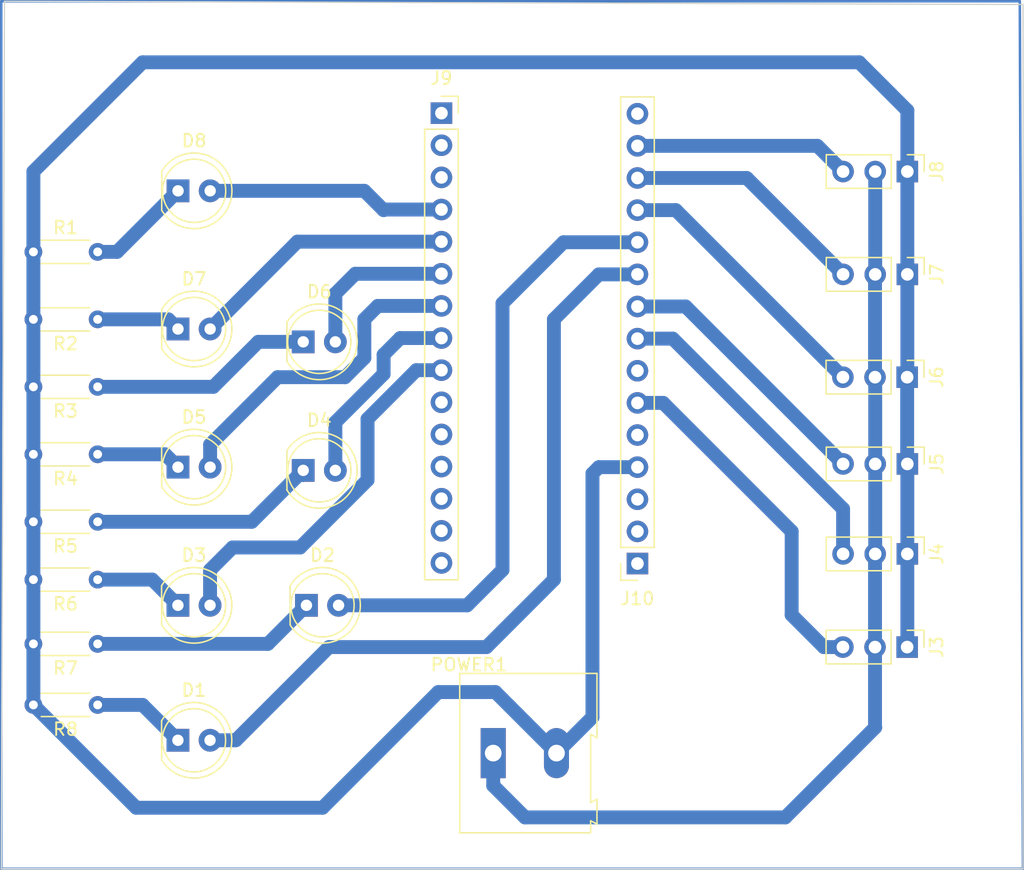
<source format=kicad_pcb>
(kicad_pcb (version 20221018) (generator pcbnew)
  (layers (0 "F.Cu" signal) (31 "B.Cu" signal) (34 "B.Paste" user) (35 "F.Paste" user) (36 "B.SilkS" user "B.Silkscreen") (37 "F.SilkS" user "F.Silkscreen") (38 "B.Mask" user) (39 "F.Mask" user) (44 "Edge.Cuts" user))
  (net 0 "")
  (net 1 "/GND")
  (net 2 "/D13")
  (net 3 "/3V3")
  (net 4 "/REF")
  (net 5 "/A1")
  (net 6 "/A2")
  (net 7 "/A3")
  (net 8 "/A4")
  (net 9 "/A5")
  (net 10 "/A6")
  (net 11 "/A7")
  (net 12 "/5V")
  (net 13 "/RST1")
  (net 14 "/VIN")
  (net 15 "/TX1")
  (net 16 "/RX0")
  (net 17 "/RST")
  (net 18 "/D2")
  (net 19 "/D3")
  (net 20 "/D4")
  (net 21 "/D5")
  (net 22 "/D6")
  (net 23 "/D7")
  (net 24 "/D8")
  (net 25 "/D9")
  (net 26 "/D10")
  (net 27 "/D11")
  (net 28 "/D12")
  (net 29 "/+5V")
  (net 30 "Net-(D1-K)")
  (net 31 "Net-(D2-K)")
  (net 32 "Net-(D3-K)")
  (net 33 "Net-(D4-K)")
  (net 34 "Net-(D5-K)")
  (net 35 "Net-(D6-K)")
  (net 36 "Net-(D7-K)")
  (net 37 "Net-(D8-K)")
  (net 38 "/A0")
  (footprint "Connector_PinHeader_2.54mm:PinHeader_1x03_P2.54mm_Vertical" (layer "F.Cu") (at 180.325 88.9 -90)
    (fp_text reference "J6" (at 0 -2.33 90) (layer "F.SilkS"))
    (fp_text value "Conn_01x03_Pin")
    (fp_line (start -1.33 -1.33) (end 0 -1.33) (stroke (width 0.12)) (layer "F.SilkS"))
    (fp_line (start -1.33 0) (end -1.33 -1.33) (stroke (width 0.12)) (layer "F.SilkS"))
    (fp_line (start -1.33 1.27) (end -1.33 6.41) (stroke (width 0.12)) (layer "F.SilkS"))
    (fp_line (start -1.33 1.27) (end 1.33 1.27) (stroke (width 0.12)) (layer "F.SilkS"))
    (fp_line (start -1.33 6.41) (end 1.33 6.41) (stroke (width 0.12)) (layer "F.SilkS"))
    (fp_line (start 1.33 1.27) (end 1.33 6.41) (stroke (width 0.12)) (layer "F.SilkS"))
    (pad "1" thru_hole rect (at 0 0 270) (size 1.7 1.7) (drill 1) (layers "*.Cu" "*.Mask") (net 1 "/GND"))
    (pad "2" thru_hole oval (at 0 2.54 270) (size 1.7 1.7) (drill 1) (layers "*.Cu" "*.Mask") (net 29 "/+5V"))
    (pad "3" thru_hole oval (at 0 5.08 270) (size 1.7 1.7) (drill 1) (layers "*.Cu" "*.Mask") (net 25 "/D9"))
  )
  (footprint "Connector_PinHeader_2.54mm:PinHeader_1x03_P2.54mm_Vertical" (layer "F.Cu") (at 180.34 102.87 -90)
    (fp_text reference "J4" (at 0 -2.33 90) (layer "F.SilkS"))
    (fp_text value "Conn_01x03_Pin")
    (fp_line (start -1.33 -1.33) (end 0 -1.33) (stroke (width 0.12)) (layer "F.SilkS"))
    (fp_line (start -1.33 0) (end -1.33 -1.33) (stroke (width 0.12)) (layer "F.SilkS"))
    (fp_line (start -1.33 1.27) (end -1.33 6.41) (stroke (width 0.12)) (layer "F.SilkS"))
    (fp_line (start -1.33 1.27) (end 1.33 1.27) (stroke (width 0.12)) (layer "F.SilkS"))
    (fp_line (start -1.33 6.41) (end 1.33 6.41) (stroke (width 0.12)) (layer "F.SilkS"))
    (fp_line (start 1.33 1.27) (end 1.33 6.41) (stroke (width 0.12)) (layer "F.SilkS"))
    (pad "1" thru_hole rect (at 0 0 270) (size 1.7 1.7) (drill 1) (layers "*.Cu" "*.Mask") (net 1 "/GND"))
    (pad "2" thru_hole oval (at 0 2.54 270) (size 1.7 1.7) (drill 1) (layers "*.Cu" "*.Mask") (net 29 "/+5V"))
    (pad "3" thru_hole oval (at 0 5.08 270) (size 1.7 1.7) (drill 1) (layers "*.Cu" "*.Mask") (net 21 "/D5"))
  )
  (footprint "LED_THT:LED_D5.0mm" (layer "F.Cu") (at 122.687 74.168)
    (fp_text reference "D8" (at 1.27 -3.96) (layer "F.SilkS"))
    (fp_text value "LED")
    (fp_line (start -1.29 -1.545) (end -1.29 1.545) (stroke (width 0.12)) (layer "F.SilkS"))
    (fp_arc (start -1.29 -1.54483) (mid 2.072002 -2.880433) (end 4.26 0.000462) (stroke (width 0.12)) (layer "F.SilkS"))
    (fp_arc (start 4.26 -0.000462) (mid 2.072002 2.880433) (end -1.29 1.54483) (stroke (width 0.12)) (layer "F.SilkS"))
    (fp_circle (center 1.27 0) (end 3.77 0) (stroke (width 0.12)) (fill none) (layer "F.SilkS"))
    (pad "1" thru_hole rect (at 0 0) (size 1.8 1.8) (drill 0.9) (layers "*.Cu" "*.Mask") (net 37 "Net-(D8-K)"))
    (pad "2" thru_hole circle (at 2.54 0) (size 1.8 1.8) (drill 0.9) (layers "*.Cu" "*.Mask") (net 38 "/A0"))
  )
  (footprint "Resistor_THT:R_Axial_DIN0204_L3.6mm_D1.6mm_P5.08mm_Horizontal" (layer "F.Cu") (at 116.332 84.328 180)
    (fp_text reference "R2" (at 2.54 -1.92) (layer "F.SilkS"))
    (fp_text value "R")
    (fp_line (start 0.62 -0.92) (end 4.46 -0.92) (stroke (width 0.12)) (layer "F.SilkS"))
    (fp_line (start 0.62 0.92) (end 4.46 0.92) (stroke (width 0.12)) (layer "F.SilkS"))
    (pad "1" thru_hole circle (at 0 0 180) (size 1.4 1.4) (drill 0.7) (layers "*.Cu" "*.Mask") (net 36 "Net-(D7-K)"))
    (pad "2" thru_hole oval (at 5.08 0 180) (size 1.4 1.4) (drill 0.7) (layers "*.Cu" "*.Mask") (net 1 "/GND"))
  )
  (footprint "Connector_PinHeader_2.54mm:PinHeader_1x03_P2.54mm_Vertical" (layer "F.Cu") (at 180.34 95.758 -90)
    (fp_text reference "J5" (at 0 -2.33 90) (layer "F.SilkS"))
    (fp_text value "Conn_01x03_Pin")
    (fp_line (start -1.33 -1.33) (end 0 -1.33) (stroke (width 0.12)) (layer "F.SilkS"))
    (fp_line (start -1.33 0) (end -1.33 -1.33) (stroke (width 0.12)) (layer "F.SilkS"))
    (fp_line (start -1.33 1.27) (end -1.33 6.41) (stroke (width 0.12)) (layer "F.SilkS"))
    (fp_line (start -1.33 1.27) (end 1.33 1.27) (stroke (width 0.12)) (layer "F.SilkS"))
    (fp_line (start -1.33 6.41) (end 1.33 6.41) (stroke (width 0.12)) (layer "F.SilkS"))
    (fp_line (start 1.33 1.27) (end 1.33 6.41) (stroke (width 0.12)) (layer "F.SilkS"))
    (pad "1" thru_hole rect (at 0 0 270) (size 1.7 1.7) (drill 1) (layers "*.Cu" "*.Mask") (net 1 "/GND"))
    (pad "2" thru_hole oval (at 0 2.54 270) (size 1.7 1.7) (drill 1) (layers "*.Cu" "*.Mask") (net 29 "/+5V"))
    (pad "3" thru_hole oval (at 0 5.08 270) (size 1.7 1.7) (drill 1) (layers "*.Cu" "*.Mask") (net 22 "/D6"))
  )
  (footprint "Connector_PinSocket_2.54mm:PinSocket_1x15_P2.54mm_Vertical" (layer "F.Cu") (at 143.51 68.026)
    (fp_text reference "J9" (at 0 -2.77) (layer "F.SilkS"))
    (fp_text value "Conn_01x15" hide)
    (fp_line (start -1.33 1.27) (end -1.33 36.89) (stroke (width 0.12)) (layer "F.SilkS"))
    (fp_line (start -1.33 1.27) (end 1.33 1.27) (stroke (width 0.12)) (layer "F.SilkS"))
    (fp_line (start -1.33 36.89) (end 1.33 36.89) (stroke (width 0.12)) (layer "F.SilkS"))
    (fp_line (start 0 -1.33) (end 1.33 -1.33) (stroke (width 0.12)) (layer "F.SilkS"))
    (fp_line (start 1.33 -1.33) (end 1.33 0) (stroke (width 0.12)) (layer "F.SilkS"))
    (fp_line (start 1.33 1.27) (end 1.33 36.89) (stroke (width 0.12)) (layer "F.SilkS"))
    (pad "1" thru_hole rect (at 0 0) (size 1.7 1.7) (drill 1) (layers "*.Cu" "*.Mask") (net 2 "/D13"))
    (pad "2" thru_hole oval (at 0 2.54) (size 1.7 1.7) (drill 1) (layers "*.Cu" "*.Mask") (net 3 "/3V3"))
    (pad "3" thru_hole oval (at 0 5.08) (size 1.7 1.7) (drill 1) (layers "*.Cu" "*.Mask") (net 4 "/REF"))
    (pad "4" thru_hole oval (at 0 7.62) (size 1.7 1.7) (drill 1) (layers "*.Cu" "*.Mask") (net 38 "/A0"))
    (pad "5" thru_hole oval (at 0 10.16) (size 1.7 1.7) (drill 1) (layers "*.Cu" "*.Mask") (net 5 "/A1"))
    (pad "6" thru_hole oval (at 0 12.7) (size 1.7 1.7) (drill 1) (layers "*.Cu" "*.Mask") (net 6 "/A2"))
    (pad "7" thru_hole oval (at 0 15.24) (size 1.7 1.7) (drill 1) (layers "*.Cu" "*.Mask") (net 7 "/A3"))
    (pad "8" thru_hole oval (at 0 17.78) (size 1.7 1.7) (drill 1) (layers "*.Cu" "*.Mask") (net 8 "/A4"))
    (pad "9" thru_hole oval (at 0 20.32) (size 1.7 1.7) (drill 1) (layers "*.Cu" "*.Mask") (net 9 "/A5"))
    (pad "10" thru_hole oval (at 0 22.86) (size 1.7 1.7) (drill 1) (layers "*.Cu" "*.Mask") (net 10 "/A6"))
    (pad "11" thru_hole oval (at 0 25.4) (size 1.7 1.7) (drill 1) (layers "*.Cu" "*.Mask") (net 11 "/A7"))
    (pad "12" thru_hole oval (at 0 27.94) (size 1.7 1.7) (drill 1) (layers "*.Cu" "*.Mask") (net 12 "/5V"))
    (pad "13" thru_hole oval (at 0 30.48) (size 1.7 1.7) (drill 1) (layers "*.Cu" "*.Mask") (net 13 "/RST1"))
    (pad "14" thru_hole oval (at 0 33.02) (size 1.7 1.7) (drill 1) (layers "*.Cu" "*.Mask") (net 1 "/GND"))
    (pad "15" thru_hole oval (at 0 35.56) (size 1.7 1.7) (drill 1) (layers "*.Cu" "*.Mask") (net 14 "/VIN"))
  )
  (footprint "Resistor_THT:R_Axial_DIN0204_L3.6mm_D1.6mm_P5.08mm_Horizontal" (layer "F.Cu") (at 116.332 114.808 180)
    (fp_text reference "R8" (at 2.54 -1.92) (layer "F.SilkS"))
    (fp_text value "R")
    (fp_line (start 0.62 -0.92) (end 4.46 -0.92) (stroke (width 0.12)) (layer "F.SilkS"))
    (fp_line (start 0.62 0.92) (end 4.46 0.92) (stroke (width 0.12)) (layer "F.SilkS"))
    (pad "1" thru_hole circle (at 0 0 180) (size 1.4 1.4) (drill 0.7) (layers "*.Cu" "*.Mask") (net 30 "Net-(D1-K)"))
    (pad "2" thru_hole oval (at 5.08 0 180) (size 1.4 1.4) (drill 0.7) (layers "*.Cu" "*.Mask") (net 1 "/GND"))
  )
  (footprint "Connector_PinHeader_2.54mm:PinHeader_1x03_P2.54mm_Vertical" (layer "F.Cu") (at 180.34 72.644 -90)
    (fp_text reference "J8" (at 0 -2.33 90) (layer "F.SilkS"))
    (fp_text value "Conn_01x03_Pin")
    (fp_line (start -1.33 -1.33) (end 0 -1.33) (stroke (width 0.12)) (layer "F.SilkS"))
    (fp_line (start -1.33 0) (end -1.33 -1.33) (stroke (width 0.12)) (layer "F.SilkS"))
    (fp_line (start -1.33 1.27) (end -1.33 6.41) (stroke (width 0.12)) (layer "F.SilkS"))
    (fp_line (start -1.33 1.27) (end 1.33 1.27) (stroke (width 0.12)) (layer "F.SilkS"))
    (fp_line (start -1.33 6.41) (end 1.33 6.41) (stroke (width 0.12)) (layer "F.SilkS"))
    (fp_line (start 1.33 1.27) (end 1.33 6.41) (stroke (width 0.12)) (layer "F.SilkS"))
    (pad "1" thru_hole rect (at 0 0 270) (size 1.7 1.7) (drill 1) (layers "*.Cu" "*.Mask") (net 1 "/GND"))
    (pad "2" thru_hole oval (at 0 2.54 270) (size 1.7 1.7) (drill 1) (layers "*.Cu" "*.Mask") (net 29 "/+5V"))
    (pad "3" thru_hole oval (at 0 5.08 270) (size 1.7 1.7) (drill 1) (layers "*.Cu" "*.Mask") (net 27 "/D11"))
  )
  (footprint "LED_THT:LED_D5.0mm" (layer "F.Cu") (at 132.837 106.934)
    (fp_text reference "D2" (at 1.27 -3.96) (layer "F.SilkS"))
    (fp_text value "LED")
    (fp_line (start -1.29 -1.545) (end -1.29 1.545) (stroke (width 0.12)) (layer "F.SilkS"))
    (fp_arc (start -1.29 -1.54483) (mid 2.072002 -2.880433) (end 4.26 0.000462) (stroke (width 0.12)) (layer "F.SilkS"))
    (fp_arc (start 4.26 -0.000462) (mid 2.072002 2.880433) (end -1.29 1.54483) (stroke (width 0.12)) (layer "F.SilkS"))
    (fp_circle (center 1.27 0) (end 3.77 0) (stroke (width 0.12)) (fill none) (layer "F.SilkS"))
    (pad "1" thru_hole rect (at 0 0) (size 1.8 1.8) (drill 0.9) (layers "*.Cu" "*.Mask") (net 31 "Net-(D2-K)"))
    (pad "2" thru_hole circle (at 2.54 0) (size 1.8 1.8) (drill 0.9) (layers "*.Cu" "*.Mask") (net 24 "/D8"))
  )
  (footprint "Resistor_THT:R_Axial_DIN0204_L3.6mm_D1.6mm_P5.08mm_Horizontal" (layer "F.Cu") (at 116.332 109.982 180)
    (fp_text reference "R7" (at 2.54 -1.92) (layer "F.SilkS"))
    (fp_text value "R")
    (fp_line (start 0.62 -0.92) (end 4.46 -0.92) (stroke (width 0.12)) (layer "F.SilkS"))
    (fp_line (start 0.62 0.92) (end 4.46 0.92) (stroke (width 0.12)) (layer "F.SilkS"))
    (pad "1" thru_hole circle (at 0 0 180) (size 1.4 1.4) (drill 0.7) (layers "*.Cu" "*.Mask") (net 31 "Net-(D2-K)"))
    (pad "2" thru_hole oval (at 5.08 0 180) (size 1.4 1.4) (drill 0.7) (layers "*.Cu" "*.Mask") (net 1 "/GND"))
  )
  (footprint "Resistor_THT:R_Axial_DIN0204_L3.6mm_D1.6mm_P5.08mm_Horizontal" (layer "F.Cu") (at 116.332 89.662 180)
    (fp_text reference "R3" (at 2.54 -1.92) (layer "F.SilkS"))
    (fp_text value "R")
    (fp_line (start 0.62 -0.92) (end 4.46 -0.92) (stroke (width 0.12)) (layer "F.SilkS"))
    (fp_line (start 0.62 0.92) (end 4.46 0.92) (stroke (width 0.12)) (layer "F.SilkS"))
    (pad "1" thru_hole circle (at 0 0 180) (size 1.4 1.4) (drill 0.7) (layers "*.Cu" "*.Mask") (net 35 "Net-(D6-K)"))
    (pad "2" thru_hole oval (at 5.08 0 180) (size 1.4 1.4) (drill 0.7) (layers "*.Cu" "*.Mask") (net 1 "/GND"))
  )
  (footprint "LED_THT:LED_D5.0mm" (layer "F.Cu") (at 132.583 96.266)
    (fp_text reference "D4" (at 1.27 -3.96) (layer "F.SilkS"))
    (fp_text value "LED")
    (fp_line (start -1.29 -1.545) (end -1.29 1.545) (stroke (width 0.12)) (layer "F.SilkS"))
    (fp_arc (start -1.29 -1.54483) (mid 2.072002 -2.880433) (end 4.26 0.000462) (stroke (width 0.12)) (layer "F.SilkS"))
    (fp_arc (start 4.26 -0.000462) (mid 2.072002 2.880433) (end -1.29 1.54483) (stroke (width 0.12)) (layer "F.SilkS"))
    (fp_circle (center 1.27 0) (end 3.77 0) (stroke (width 0.12)) (fill none) (layer "F.SilkS"))
    (pad "1" thru_hole rect (at 0 0) (size 1.8 1.8) (drill 0.9) (layers "*.Cu" "*.Mask") (net 33 "Net-(D4-K)"))
    (pad "2" thru_hole circle (at 2.54 0) (size 1.8 1.8) (drill 0.9) (layers "*.Cu" "*.Mask") (net 8 "/A4"))
  )
  (footprint "Connector_PinHeader_2.54mm:PinHeader_1x03_P2.54mm_Vertical" (layer "F.Cu") (at 180.325 110.236 -90)
    (fp_text reference "J3" (at 0 -2.33 90) (layer "F.SilkS"))
    (fp_text value "Conn_01x03_Pin")
    (fp_line (start -1.33 -1.33) (end 0 -1.33) (stroke (width 0.12)) (layer "F.SilkS"))
    (fp_line (start -1.33 0) (end -1.33 -1.33) (stroke (width 0.12)) (layer "F.SilkS"))
    (fp_line (start -1.33 1.27) (end -1.33 6.41) (stroke (width 0.12)) (layer "F.SilkS"))
    (fp_line (start -1.33 1.27) (end 1.33 1.27) (stroke (width 0.12)) (layer "F.SilkS"))
    (fp_line (start -1.33 6.41) (end 1.33 6.41) (stroke (width 0.12)) (layer "F.SilkS"))
    (fp_line (start 1.33 1.27) (end 1.33 6.41) (stroke (width 0.12)) (layer "F.SilkS"))
    (pad "1" thru_hole rect (at 0 0 270) (size 1.7 1.7) (drill 1) (layers "*.Cu" "*.Mask") (net 1 "/GND"))
    (pad "2" thru_hole oval (at 0 2.54 270) (size 1.7 1.7) (drill 1) (layers "*.Cu" "*.Mask") (net 29 "/+5V"))
    (pad "3" thru_hole oval (at 0 5.08 270) (size 1.7 1.7) (drill 1) (layers "*.Cu" "*.Mask") (net 19 "/D3"))
  )
  (footprint "Resistor_THT:R_Axial_DIN0204_L3.6mm_D1.6mm_P5.08mm_Horizontal" (layer "F.Cu") (at 116.332 104.902 180)
    (fp_text reference "R6" (at 2.54 -1.92) (layer "F.SilkS"))
    (fp_text value "R")
    (fp_line (start 0.62 -0.92) (end 4.46 -0.92) (stroke (width 0.12)) (layer "F.SilkS"))
    (fp_line (start 0.62 0.92) (end 4.46 0.92) (stroke (width 0.12)) (layer "F.SilkS"))
    (pad "1" thru_hole circle (at 0 0 180) (size 1.4 1.4) (drill 0.7) (layers "*.Cu" "*.Mask") (net 32 "Net-(D3-K)"))
    (pad "2" thru_hole oval (at 5.08 0 180) (size 1.4 1.4) (drill 0.7) (layers "*.Cu" "*.Mask") (net 1 "/GND"))
  )
  (footprint "LED_THT:LED_D5.0mm" (layer "F.Cu") (at 122.682 96.012)
    (fp_text reference "D5" (at 1.27 -3.96) (layer "F.SilkS"))
    (fp_text value "LED")
    (fp_line (start -1.29 -1.545) (end -1.29 1.545) (stroke (width 0.12)) (layer "F.SilkS"))
    (fp_arc (start -1.29 -1.54483) (mid 2.072002 -2.880433) (end 4.26 0.000462) (stroke (width 0.12)) (layer "F.SilkS"))
    (fp_arc (start 4.26 -0.000462) (mid 2.072002 2.880433) (end -1.29 1.54483) (stroke (width 0.12)) (layer "F.SilkS"))
    (fp_circle (center 1.27 0) (end 3.77 0) (stroke (width 0.12)) (fill none) (layer "F.SilkS"))
    (pad "1" thru_hole rect (at 0 0) (size 1.8 1.8) (drill 0.9) (layers "*.Cu" "*.Mask") (net 34 "Net-(D5-K)"))
    (pad "2" thru_hole circle (at 2.54 0) (size 1.8 1.8) (drill 0.9) (layers "*.Cu" "*.Mask") (net 7 "/A3"))
  )
  (footprint "LED_THT:LED_D5.0mm" (layer "F.Cu") (at 122.677 117.602)
    (fp_text reference "D1" (at 1.27 -3.96) (layer "F.SilkS"))
    (fp_text value "LED")
    (fp_line (start -1.29 -1.545) (end -1.29 1.545) (stroke (width 0.12)) (layer "F.SilkS"))
    (fp_arc (start -1.29 -1.54483) (mid 2.072002 -2.880433) (end 4.26 0.000462) (stroke (width 0.12)) (layer "F.SilkS"))
    (fp_arc (start 4.26 -0.000462) (mid 2.072002 2.880433) (end -1.29 1.54483) (stroke (width 0.12)) (layer "F.SilkS"))
    (fp_circle (center 1.27 0) (end 3.77 0) (stroke (width 0.12)) (fill none) (layer "F.SilkS"))
    (pad "1" thru_hole rect (at 0 0) (size 1.8 1.8) (drill 0.9) (layers "*.Cu" "*.Mask") (net 30 "Net-(D1-K)"))
    (pad "2" thru_hole circle (at 2.54 0) (size 1.8 1.8) (drill 0.9) (layers "*.Cu" "*.Mask") (net 23 "/D7"))
  )
  (footprint "LED_THT:LED_D5.0mm" (layer "F.Cu") (at 122.677 106.934)
    (fp_text reference "D3" (at 1.27 -3.96) (layer "F.SilkS"))
    (fp_text value "LED")
    (fp_line (start -1.29 -1.545) (end -1.29 1.545) (stroke (width 0.12)) (layer "F.SilkS"))
    (fp_arc (start -1.29 -1.54483) (mid 2.072002 -2.880433) (end 4.26 0.000462) (stroke (width 0.12)) (layer "F.SilkS"))
    (fp_arc (start 4.26 -0.000462) (mid 2.072002 2.880433) (end -1.29 1.54483) (stroke (width 0.12)) (layer "F.SilkS"))
    (fp_circle (center 1.27 0) (end 3.77 0) (stroke (width 0.12)) (fill none) (layer "F.SilkS"))
    (pad "1" thru_hole rect (at 0 0) (size 1.8 1.8) (drill 0.9) (layers "*.Cu" "*.Mask") (net 32 "Net-(D3-K)"))
    (pad "2" thru_hole circle (at 2.54 0) (size 1.8 1.8) (drill 0.9) (layers "*.Cu" "*.Mask") (net 9 "/A5"))
  )
  (footprint "TerminalBlock:TerminalBlock_Altech_AK300-2_P5.00mm" (layer "F.Cu") (at 147.603 118.618)
    (fp_text reference "POWER1" (at -1.92 -6.99) (layer "F.SilkS"))
    (fp_text value "Conn_01x02_Socket")
    (fp_line (start -2.65 -6.3) (end -2.65 6.3) (stroke (width 0.12)) (layer "F.SilkS"))
    (fp_line (start -2.65 6.3) (end 7.7 6.3) (stroke (width 0.12)) (layer "F.SilkS"))
    (fp_line (start 7.7 -1.5) (end 8.2 -1.2) (stroke (width 0.12)) (layer "F.SilkS"))
    (fp_line (start 7.7 3.9) (end 7.7 -1.5) (stroke (width 0.12)) (layer "F.SilkS"))
    (fp_line (start 7.7 5.35) (end 8.2 5.6) (stroke (width 0.12)) (layer "F.SilkS"))
    (fp_line (start 7.7 6.3) (end 7.7 5.35) (stroke (width 0.12)) (layer "F.SilkS"))
    (fp_line (start 8.2 -6.3) (end -2.65 -6.3) (stroke (width 0.12)) (layer "F.SilkS"))
    (fp_line (start 8.2 -1.2) (end 8.2 -6.3) (stroke (width 0.12)) (layer "F.SilkS"))
    (fp_line (start 8.2 3.65) (end 7.7 3.9) (stroke (width 0.12)) (layer "F.SilkS"))
    (fp_line (start 8.2 3.7) (end 8.2 3.65) (stroke (width 0.12)) (layer "F.SilkS"))
    (fp_line (start 8.2 5.6) (end 8.2 3.7) (stroke (width 0.12)) (layer "F.SilkS"))
    (pad "1" thru_hole rect (at 0 0) (size 1.98 3.96) (drill 1.32) (layers "*.Cu" "*.Mask") (net 29 "/+5V"))
    (pad "2" thru_hole oval (at 5 0) (size 1.98 3.96) (drill 1.32) (layers "*.Cu" "*.Mask") (net 1 "/GND"))
  )
  (footprint "Resistor_THT:R_Axial_DIN0204_L3.6mm_D1.6mm_P5.08mm_Horizontal" (layer "F.Cu") (at 111.252 78.994)
    (fp_text reference "R1" (at 2.54 -1.92) (layer "F.SilkS"))
    (fp_text value "R")
    (fp_line (start 0.62 -0.92) (end 4.46 -0.92) (stroke (width 0.12)) (layer "F.SilkS"))
    (fp_line (start 0.62 0.92) (end 4.46 0.92) (stroke (width 0.12)) (layer "F.SilkS"))
    (pad "1" thru_hole circle (at 0 0) (size 1.4 1.4) (drill 0.7) (layers "*.Cu" "*.Mask") (net 1 "/GND"))
    (pad "2" thru_hole oval (at 5.08 0) (size 1.4 1.4) (drill 0.7) (layers "*.Cu" "*.Mask") (net 37 "Net-(D8-K)"))
  )
  (footprint "LED_THT:LED_D5.0mm" (layer "F.Cu") (at 132.583 86.106)
    (fp_text reference "D6" (at 1.27 -3.96) (layer "F.SilkS"))
    (fp_text value "LED")
    (fp_line (start -1.29 -1.545) (end -1.29 1.545) (stroke (width 0.12)) (layer "F.SilkS"))
    (fp_arc (start -1.29 -1.54483) (mid 2.072002 -2.880433) (end 4.26 0.000462) (stroke (width 0.12)) (layer "F.SilkS"))
    (fp_arc (start 4.26 -0.000462) (mid 2.072002 2.880433) (end -1.29 1.54483) (stroke (width 0.12)) (layer "F.SilkS"))
    (fp_circle (center 1.27 0) (end 3.77 0) (stroke (width 0.12)) (fill none) (layer "F.SilkS"))
    (pad "1" thru_hole rect (at 0 0) (size 1.8 1.8) (drill 0.9) (layers "*.Cu" "*.Mask") (net 35 "Net-(D6-K)"))
    (pad "2" thru_hole circle (at 2.54 0) (size 1.8 1.8) (drill 0.9) (layers "*.Cu" "*.Mask") (net 6 "/A2"))
  )
  (footprint "Resistor_THT:R_Axial_DIN0204_L3.6mm_D1.6mm_P5.08mm_Horizontal" (layer "F.Cu") (at 116.332 94.996 180)
    (fp_text reference "R4" (at 2.54 -1.92) (layer "F.SilkS"))
    (fp_text value "R")
    (fp_line (start 0.62 -0.92) (end 4.46 -0.92) (stroke (width 0.12)) (layer "F.SilkS"))
    (fp_line (start 0.62 0.92) (end 4.46 0.92) (stroke (width 0.12)) (layer "F.SilkS"))
    (pad "1" thru_hole circle (at 0 0 180) (size 1.4 1.4) (drill 0.7) (layers "*.Cu" "*.Mask") (net 34 "Net-(D5-K)"))
    (pad "2" thru_hole oval (at 5.08 0 180) (size 1.4 1.4) (drill 0.7) (layers "*.Cu" "*.Mask") (net 1 "/GND"))
  )
  (footprint "Connector_PinSocket_2.54mm:PinSocket_1x15_P2.54mm_Vertical" (layer "F.Cu") (at 159.004 103.632 180)
    (fp_text reference "J10" (at 0 -2.77 180) (layer "F.SilkS"))
    (fp_text value "Conn_01x15" hide)
    (fp_line (start -1.33 1.27) (end -1.33 36.89) (stroke (width 0.12)) (layer "F.SilkS"))
    (fp_line (start -1.33 1.27) (end 1.33 1.27) (stroke (width 0.12)) (layer "F.SilkS"))
    (fp_line (start -1.33 36.89) (end 1.33 36.89) (stroke (width 0.12)) (layer "F.SilkS"))
    (fp_line (start 0 -1.33) (end 1.33 -1.33) (stroke (width 0.12)) (layer "F.SilkS"))
    (fp_line (start 1.33 -1.33) (end 1.33 0) (stroke (width 0.12)) (layer "F.SilkS"))
    (fp_line (start 1.33 1.27) (end 1.33 36.89) (stroke (width 0.12)) (layer "F.SilkS"))
    (pad "1" thru_hole rect (at 0 0 180) (size 1.7 1.7) (drill 1) (layers "*.Cu" "*.Mask") (net 15 "/TX1"))
    (pad "2" thru_hole oval (at 0 2.54 180) (size 1.7 1.7) (drill 1) (layers "*.Cu" "*.Mask") (net 16 "/RX0"))
    (pad "3" thru_hole oval (at 0 5.08 180) (size 1.7 1.7) (drill 1) (layers "*.Cu" "*.Mask") (net 17 "/RST"))
    (pad "4" thru_hole oval (at 0 7.62 180) (size 1.7 1.7) (drill 1) (layers "*.Cu" "*.Mask") (net 1 "/GND"))
    (pad "5" thru_hole oval (at 0 10.16 180) (size 1.7 1.7) (drill 1) (layers "*.Cu" "*.Mask") (net 18 "/D2"))
    (pad "6" thru_hole oval (at 0 12.7 180) (size 1.7 1.7) (drill 1) (layers "*.Cu" "*.Mask") (net 19 "/D3"))
    (pad "7" thru_hole oval (at 0 15.24 180) (size 1.7 1.7) (drill 1) (layers "*.Cu" "*.Mask") (net 20 "/D4"))
    (pad "8" thru_hole oval (at 0 17.78 180) (size 1.7 1.7) (drill 1) (layers "*.Cu" "*.Mask") (net 21 "/D5"))
    (pad "9" thru_hole oval (at 0 20.32 180) (size 1.7 1.7) (drill 1) (layers "*.Cu" "*.Mask") (net 22 "/D6"))
    (pad "10" thru_hole oval (at 0 22.86 180) (size 1.7 1.7) (drill 1) (layers "*.Cu" "*.Mask") (net 23 "/D7"))
    (pad "11" thru_hole oval (at 0 25.4 180) (size 1.7 1.7) (drill 1) (layers "*.Cu" "*.Mask") (net 24 "/D8"))
    (pad "12" thru_hole oval (at 0 27.94 180) (size 1.7 1.7) (drill 1) (layers "*.Cu" "*.Mask") (net 25 "/D9"))
    (pad "13" thru_hole oval (at 0 30.48 180) (size 1.7 1.7) (drill 1) (layers "*.Cu" "*.Mask") (net 26 "/D10"))
    (pad "14" thru_hole oval (at 0 33.02 180) (size 1.7 1.7) (drill 1) (layers "*.Cu" "*.Mask") (net 27 "/D11"))
    (pad "15" thru_hole oval (at 0 35.56 180) (size 1.7 1.7) (drill 1) (layers "*.Cu" "*.Mask") (net 28 "/D12"))
  )
  (footprint "Resistor_THT:R_Axial_DIN0204_L3.6mm_D1.6mm_P5.08mm_Horizontal" (layer "F.Cu") (at 116.332 100.33 180)
    (fp_text reference "R5" (at 2.54 -1.92) (layer "F.SilkS"))
    (fp_text value "R")
    (fp_line (start 0.62 -0.92) (end 4.46 -0.92) (stroke (width 0.12)) (layer "F.SilkS"))
    (fp_line (start 0.62 0.92) (end 4.46 0.92) (stroke (width 0.12)) (layer "F.SilkS"))
    (pad "1" thru_hole circle (at 0 0 180) (size 1.4 1.4) (drill 0.7) (layers "*.Cu" "*.Mask") (net 33 "Net-(D4-K)"))
    (pad "2" thru_hole oval (at 5.08 0 180) (size 1.4 1.4) (drill 0.7) (layers "*.Cu" "*.Mask") (net 1 "/GND"))
  )
  (footprint "Connector_PinHeader_2.54mm:PinHeader_1x03_P2.54mm_Vertical" (layer "F.Cu") (at 180.34 80.772 -90)
    (fp_text reference "J7" (at 0 -2.33 90) (layer "F.SilkS"))
    (fp_text value "Conn_01x03_Pin")
    (fp_line (start -1.33 -1.33) (end 0 -1.33) (stroke (width 0.12)) (layer "F.SilkS"))
    (fp_line (start -1.33 0) (end -1.33 -1.33) (stroke (width 0.12)) (layer "F.SilkS"))
    (fp_line (start -1.33 1.27) (end -1.33 6.41) (stroke (width 0.12)) (layer "F.SilkS"))
    (fp_line (start -1.33 1.27) (end 1.33 1.27) (stroke (width 0.12)) (layer "F.SilkS"))
    (fp_line (start -1.33 6.41) (end 1.33 6.41) (stroke (width 0.12)) (layer "F.SilkS"))
    (fp_line (start 1.33 1.27) (end 1.33 6.41) (stroke (width 0.12)) (layer "F.SilkS"))
    (pad "1" thru_hole rect (at 0 0 270) (size 1.7 1.7) (drill 1) (layers "*.Cu" "*.Mask") (net 1 "/GND"))
    (pad "2" thru_hole oval (at 0 2.54 270) (size 1.7 1.7) (drill 1) (layers "*.Cu" "*.Mask") (net 29 "/+5V"))
    (pad "3" thru_hole oval (at 0 5.08 270) (size 1.7 1.7) (drill 1) (layers "*.Cu" "*.Mask") (net 26 "/D10"))
  )
  (footprint "LED_THT:LED_D5.0mm" (layer "F.Cu") (at 122.682 85.09)
    (fp_text reference "D7" (at 1.27 -3.96) (layer "F.SilkS"))
    (fp_text value "LED")
    (fp_line (start -1.29 -1.545) (end -1.29 1.545) (stroke (width 0.12)) (layer "F.SilkS"))
    (fp_arc (start -1.29 -1.54483) (mid 2.072002 -2.880433) (end 4.26 0.000462) (stroke (width 0.12)) (layer "F.SilkS"))
    (fp_arc (start 4.26 -0.000462) (mid 2.072002 2.880433) (end -1.29 1.54483) (stroke (width 0.12)) (layer "F.SilkS"))
    (fp_circle (center 1.27 0) (end 3.77 0) (stroke (width 0.12)) (fill none) (layer "F.SilkS"))
    (pad "1" thru_hole rect (at 0 0) (size 1.8 1.8) (drill 0.9) (layers "*.Cu" "*.Mask") (net 36 "Net-(D7-K)"))
    (pad "2" thru_hole circle (at 2.54 0) (size 1.8 1.8) (drill 0.9) (layers "*.Cu" "*.Mask") (net 5 "/A1"))
  )
  (gr_line (start 108.712 127.254) (end 108.712 127.762) (stroke (width 0.2)) (layer "B.Cu"))
  (gr_line (start 189.484 127.762) (end 189.23 59.182) (stroke (width 0.2)) (layer "B.Cu"))
  (gr_line (start 108.712 125.984) (end 108.712 127.254) (stroke (width 0.2)) (layer "B.Cu"))
  (gr_line (start 108.712 127.762) (end 189.484 127.762) (stroke (width 0.2)) (layer "B.Cu"))
  (gr_line (start 189.23 59.182) (end 108.712 59.182) (stroke (width 0.2)) (layer "B.Cu"))
  (gr_line (start 108.712 59.182) (end 108.712 125.984) (stroke (width 0.2)) (layer "B.Cu"))
  (gr_line (start 189.484 59.436) (end 189.484 127.762) (stroke (width 0.1)) (layer "Edge.Cuts"))
  (gr_line (start 108.966 59.182) (end 189.484 59.436) (stroke (width 0.1)) (layer "Edge.Cuts"))
  (gr_line (start 189.484 127.762) (end 108.712 127.762) (stroke (width 0.1)) (layer "Edge.Cuts"))
  (gr_line (start 108.712 127.762) (end 108.966 59.182) (stroke (width 0.1)) (layer "Edge.Cuts"))
  (segment (start 180.325 95.743) (end 180.34 95.758) (width 1.1) (layer "B.Cu") (net 1))
  (segment (start 111.252 104.902) (end 111.252 109.982) (width 1.1) (layer "B.Cu") (net 1))
  (segment (start 159.004 96.012) (end 155.956 96.012) (width 1.1) (layer "B.Cu") (net 1))
  (segment (start 180.34 102.87) (end 180.34 110.221) (width 1.1) (layer "B.Cu") (net 1))
  (segment (start 155.956 96.012) (end 155.448 96.52) (width 1.1) (layer "B.Cu") (net 1))
  (segment (start 111.252 109.982) (end 111.252 114.808) (width 1.1) (layer "B.Cu") (net 1))
  (segment (start 176.53 64.008) (end 119.888 64.008) (width 1.1) (layer "B.Cu") (net 1))
  (segment (start 143.256 113.792) (end 147.777 113.792) (width 1.1) (layer "B.Cu") (net 1))
  (segment (start 147.777 113.792) (end 152.603 118.618) (width 1.1) (layer "B.Cu") (net 1))
  (segment (start 134.112 122.936) (end 143.256 113.792) (width 1.1) (layer "B.Cu") (net 1))
  (segment (start 111.252 84.328) (end 111.252 89.662) (width 1.1) (layer "B.Cu") (net 1))
  (segment (start 111.252 72.644) (end 111.252 78.994) (width 1.1) (layer "B.Cu") (net 1))
  (segment (start 155.448 115.773) (end 152.603 118.618) (width 1.1) (layer "B.Cu") (net 1))
  (segment (start 111.252 94.996) (end 111.252 100.33) (width 1.1) (layer "B.Cu") (net 1))
  (segment (start 180.34 67.818) (end 176.53 64.008) (width 1.1) (layer "B.Cu") (net 1))
  (segment (start 180.34 80.772) (end 180.34 88.885) (width 1.1) (layer "B.Cu") (net 1))
  (segment (start 155.448 96.52) (end 155.448 115.773) (width 1.1) (layer "B.Cu") (net 1))
  (segment (start 180.34 72.644) (end 180.34 80.772) (width 1.1) (layer "B.Cu") (net 1))
  (segment (start 119.888 64.008) (end 111.252 72.644) (width 1.1) (layer "B.Cu") (net 1))
  (segment (start 180.325 88.9) (end 180.325 95.743) (width 1.1) (layer "B.Cu") (net 1))
  (segment (start 180.34 95.758) (end 180.34 102.87) (width 1.1) (layer "B.Cu") (net 1))
  (segment (start 180.34 72.644) (end 180.34 67.818) (width 1.1) (layer "B.Cu") (net 1))
  (segment (start 119.38 122.936) (end 134.112 122.936) (width 1.1) (layer "B.Cu") (net 1))
  (segment (start 111.252 100.33) (end 111.252 104.902) (width 1.1) (layer "B.Cu") (net 1))
  (segment (start 180.34 110.221) (end 180.325 110.236) (width 1.1) (layer "B.Cu") (net 1))
  (segment (start 111.252 78.994) (end 111.252 84.328) (width 1.1) (layer "B.Cu") (net 1))
  (segment (start 111.252 89.662) (end 111.252 94.996) (width 1.1) (layer "B.Cu") (net 1))
  (segment (start 111.252 114.808) (end 119.38 122.936) (width 1.1) (layer "B.Cu") (net 1))
  (segment (start 180.34 88.885) (end 180.325 88.9) (width 1.1) (layer "B.Cu") (net 1))
  (segment (start 125.222 85.09) (end 132.126 78.186) (width 1.1) (layer "B.Cu") (net 5))
  (segment (start 132.126 78.186) (end 143.51 78.186) (width 1.1) (layer "B.Cu") (net 5))
  (segment (start 135.123 82.301) (end 136.698 80.726) (width 1.1) (layer "B.Cu") (net 6))
  (segment (start 135.123 86.106) (end 135.123 82.301) (width 1.1) (layer "B.Cu") (net 6))
  (segment (start 136.698 80.726) (end 143.51 80.726) (width 1.1) (layer "B.Cu") (net 6))
  (segment (start 125.222 94.234) (end 125.222 96.012) (width 1.1) (layer "B.Cu") (net 7))
  (segment (start 137.414 87.376) (end 135.89 88.9) (width 1.1) (layer "B.Cu") (net 7))
  (segment (start 143.51 83.266) (end 138.476 83.266) (width 1.1) (layer "B.Cu") (net 7))
  (segment (start 138.476 83.266) (end 137.414 84.328) (width 1.1) (layer "B.Cu") (net 7))
  (segment (start 130.556 88.9) (end 125.222 94.234) (width 1.1) (layer "B.Cu") (net 7))
  (segment (start 137.414 84.328) (end 137.414 87.376) (width 1.1) (layer "B.Cu") (net 7))
  (segment (start 135.89 88.9) (end 130.556 88.9) (width 1.1) (layer "B.Cu") (net 7))
  (segment (start 140.254 85.806) (end 138.938 87.122) (width 1.1) (layer "B.Cu") (net 8))
  (segment (start 138.938 87.122) (end 138.938 88.646) (width 1.1) (layer "B.Cu") (net 8))
  (segment (start 138.938 88.646) (end 135.123 92.461) (width 1.1) (layer "B.Cu") (net 8))
  (segment (start 143.51 85.806) (end 140.254 85.806) (width 1.1) (layer "B.Cu") (net 8))
  (segment (start 135.123 92.461) (end 135.123 96.266) (width 1.1) (layer "B.Cu") (net 8))
  (segment (start 125.217 104.145) (end 125.217 106.934) (width 1.1) (layer "B.Cu") (net 9))
  (segment (start 137.668 92.202) (end 137.668 97.028) (width 1.1) (layer "B.Cu") (net 9))
  (segment (start 132.334 102.362) (end 127 102.362) (width 1.1) (layer "B.Cu") (net 9))
  (segment (start 141.524 88.346) (end 137.668 92.202) (width 1.1) (layer "B.Cu") (net 9))
  (segment (start 143.51 88.346) (end 141.524 88.346) (width 1.1) (layer "B.Cu") (net 9))
  (segment (start 127 102.362) (end 125.217 104.145) (width 1.1) (layer "B.Cu") (net 9))
  (segment (start 137.668 97.028) (end 132.334 102.362) (width 1.1) (layer "B.Cu") (net 9))
  (segment (start 171.196 107.696) (end 173.736 110.236) (width 1.1) (layer "B.Cu") (net 19))
  (segment (start 159.004 90.932) (end 161.036 90.932) (width 1.1) (layer "B.Cu") (net 19))
  (segment (start 171.196 101.092) (end 171.196 107.696) (width 1.1) (layer "B.Cu") (net 19))
  (segment (start 161.036 90.932) (end 171.196 101.092) (width 1.1) (layer "B.Cu") (net 19))
  (segment (start 173.736 110.236) (end 175.245 110.236) (width 1.1) (layer "B.Cu") (net 19))
  (segment (start 161.798 85.852) (end 175.26 99.314) (width 1.1) (layer "B.Cu") (net 21))
  (segment (start 175.26 99.314) (end 175.26 102.87) (width 1.1) (layer "B.Cu") (net 21))
  (segment (start 159.004 85.852) (end 161.798 85.852) (width 1.1) (layer "B.Cu") (net 21))
  (segment (start 162.814 83.312) (end 175.26 95.758) (width 1.1) (layer "B.Cu") (net 22))
  (segment (start 159.004 83.312) (end 162.814 83.312) (width 1.1) (layer "B.Cu") (net 22))
  (segment (start 159.004 80.772) (end 155.956 80.772) (width 1.1) (layer "B.Cu") (net 23))
  (segment (start 152.4 84.328) (end 152.4 104.902) (width 1.1) (layer "B.Cu") (net 23))
  (segment (start 152.4 104.902) (end 147.066 110.236) (width 1.1) (layer "B.Cu") (net 23))
  (segment (start 127.254 117.602) (end 125.217 117.602) (width 1.1) (layer "B.Cu") (net 23))
  (segment (start 147.066 110.236) (end 134.62 110.236) (width 1.1) (layer "B.Cu") (net 23))
  (segment (start 134.62 110.236) (end 127.254 117.602) (width 1.1) (layer "B.Cu") (net 23))
  (segment (start 155.956 80.772) (end 152.4 84.328) (width 1.1) (layer "B.Cu") (net 23))
  (segment (start 153.162 78.232) (end 159.004 78.232) (width 1.1) (layer "B.Cu") (net 24))
  (segment (start 148.336 104.14) (end 148.336 83.058) (width 1.1) (layer "B.Cu") (net 24))
  (segment (start 148.336 83.058) (end 153.162 78.232) (width 1.1) (layer "B.Cu") (net 24))
  (segment (start 145.542 106.934) (end 148.336 104.14) (width 1.1) (layer "B.Cu") (net 24))
  (segment (start 135.377 106.934) (end 145.542 106.934) (width 1.1) (layer "B.Cu") (net 24))
  (segment (start 162.037 75.692) (end 175.245 88.9) (width 1.1) (layer "B.Cu") (net 25))
  (segment (start 159.004 75.692) (end 162.037 75.692) (width 1.1) (layer "B.Cu") (net 25))
  (segment (start 167.64 73.152) (end 175.26 80.772) (width 1.1) (layer "B.Cu") (net 26))
  (segment (start 159.004 73.152) (end 167.64 73.152) (width 1.1) (layer "B.Cu") (net 26))
  (segment (start 159.004 70.612) (end 173.228 70.612) (width 1.1) (layer "B.Cu") (net 27))
  (segment (start 173.228 70.612) (end 175.26 72.644) (width 1.1) (layer "B.Cu") (net 27))
  (segment (start 177.8 88.915) (end 177.785 88.9) (width 1.1) (layer "B.Cu") (net 29))
  (segment (start 177.8 102.87) (end 177.8 95.758) (width 1.1) (layer "B.Cu") (net 29))
  (segment (start 177.8 72.644) (end 177.8 80.772) (width 1.1) (layer "B.Cu") (net 29))
  (segment (start 147.603 118.618) (end 147.603 121.187) (width 1.1) (layer "B.Cu") (net 29))
  (segment (start 170.688 123.698) (end 177.8 116.586) (width 1.1) (layer "B.Cu") (net 29))
  (segment (start 177.785 80.787) (end 177.8 80.772) (width 1.1) (layer "B.Cu") (net 29))
  (segment (start 177.785 116.571) (end 177.785 110.236) (width 1.1) (layer "B.Cu") (net 29))
  (segment (start 177.8 95.758) (end 177.8 88.915) (width 1.1) (layer "B.Cu") (net 29))
  (segment (start 177.785 102.885) (end 177.8 102.87) (width 1.1) (layer "B.Cu") (net 29))
  (segment (start 147.603 121.187) (end 150.114 123.698) (width 1.1) (layer "B.Cu") (net 29))
  (segment (start 177.785 88.9) (end 177.785 80.787) (width 1.1) (layer "B.Cu") (net 29))
  (segment (start 177.785 110.236) (end 177.785 102.885) (width 1.1) (layer "B.Cu") (net 29))
  (segment (start 177.8 116.586) (end 177.785 116.571) (width 1.1) (layer "B.Cu") (net 29))
  (segment (start 150.114 123.698) (end 170.688 123.698) (width 1.1) (layer "B.Cu") (net 29))
  (segment (start 119.883 114.808) (end 122.677 117.602) (width 1.1) (layer "B.Cu") (net 30))
  (segment (start 116.332 114.808) (end 119.883 114.808) (width 1.1) (layer "B.Cu") (net 30))
  (segment (start 129.789 109.982) (end 132.837 106.934) (width 1.1) (layer "B.Cu") (net 31))
  (segment (start 116.332 109.982) (end 129.789 109.982) (width 1.1) (layer "B.Cu") (net 31))
  (segment (start 120.645 104.902) (end 122.677 106.934) (width 1.1) (layer "B.Cu") (net 32))
  (segment (start 116.332 104.902) (end 120.645 104.902) (width 1.1) (layer "B.Cu") (net 32))
  (segment (start 128.519 100.33) (end 132.583 96.266) (width 1.1) (layer "B.Cu") (net 33))
  (segment (start 116.332 100.33) (end 128.519 100.33) (width 1.1) (layer "B.Cu") (net 33))
  (segment (start 132.583 97.073588) (end 132.583 96.266) (width 0.25) (layer "B.Cu") (net 33))
  (segment (start 121.666 94.996) (end 122.682 96.012) (width 1.1) (layer "B.Cu") (net 34))
  (segment (start 116.332 94.996) (end 121.666 94.996) (width 1.1) (layer "B.Cu") (net 34))
  (segment (start 116.332 89.662) (end 125.476 89.662) (width 1.1) (layer "B.Cu") (net 35))
  (segment (start 129.032 86.106) (end 132.583 86.106) (width 1.1) (layer "B.Cu") (net 35))
  (segment (start 125.476 89.662) (end 129.032 86.106) (width 1.1) (layer "B.Cu") (net 35))
  (segment (start 116.332 84.328) (end 121.92 84.328) (width 1.1) (layer "B.Cu") (net 36))
  (segment (start 121.92 84.328) (end 122.682 85.09) (width 1.1) (layer "B.Cu") (net 36))
  (segment (start 116.332 78.994) (end 117.861 78.994) (width 1.1) (layer "B.Cu") (net 37))
  (segment (start 117.861 78.994) (end 122.687 74.168) (width 1.1) (layer "B.Cu") (net 37))
  (segment (start 138.938 75.692) (end 138.984 75.646) (width 1.1) (layer "B.Cu") (net 38))
  (segment (start 138.984 75.646) (end 143.51 75.646) (width 1.1) (layer "B.Cu") (net 38))
  (segment (start 125.227 74.168) (end 137.414 74.168) (width 1.1) (layer "B.Cu") (net 38))
  (segment (start 137.414 74.168) (end 138.938 75.692) (width 1.1) (layer "B.Cu") (net 38))
)
</source>
